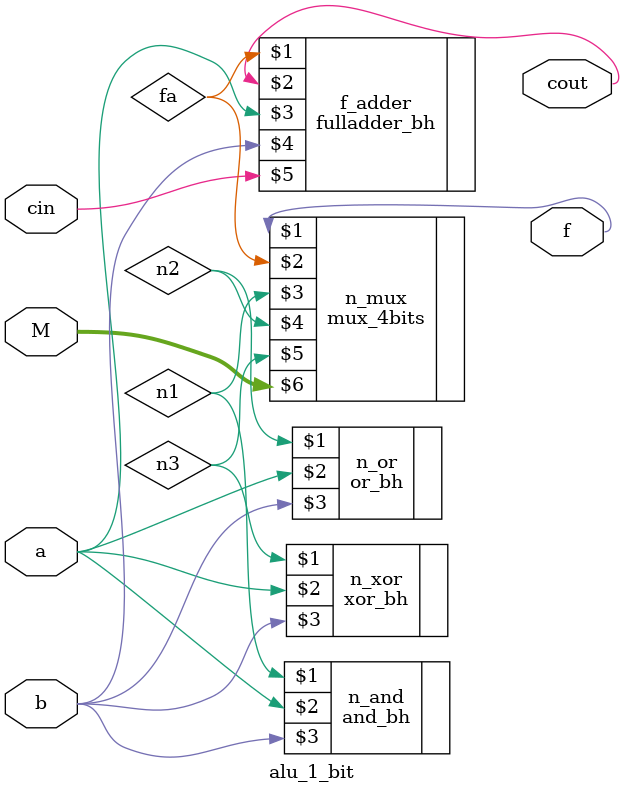
<source format=v>
`ifndef ALU_1_BIT
`define ALU_1_BIT
`include "and.v"
`include "or.v"
`include "xor.v"
`include "mux_4_bits.v"
`include "full_adder.v"

module alu_1_bit(f, cout, a, b, cin, M);
    input a, b, cin;
    input [1:0]M;
    wire n1, n2, n3;
    wire fa;
    output cout;
    output f;


    fulladder_bh f_adder(fa, cout, a ,b ,cin);
    and_bh n_and(n1, a, b);
    or_bh n_or(n2, a, b);
    xor_bh n_xor(n3, a , b);
    mux_4bits n_mux(f, fa, n1, n2, n3, M);

    // y, fa, a, b, c


endmodule
`endif
</source>
